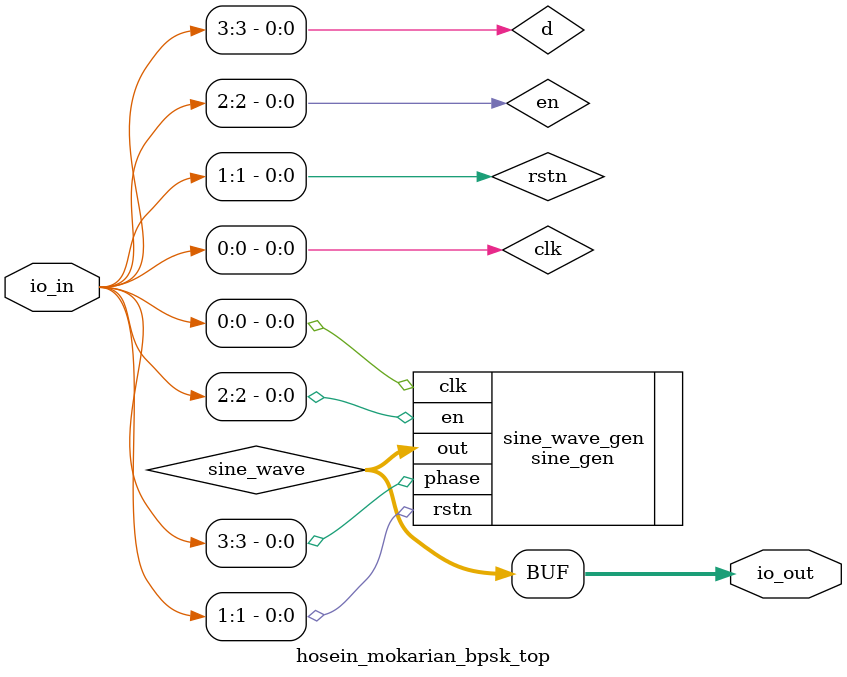
<source format=v>

module hosein_mokarian_bpsk_top(
		input [7 : 0] io_in,
		output [7 : 0] io_out
	);
	
	parameter SINE_SAMPLE_WIDTH = 8,
			  SINE_LUT_SIZE = 64;
	
	wire clk = io_in[0];
	wire rstn = io_in[1];
	wire en = io_in[2];
	wire d = io_in[3];
			  
	wire [(SINE_SAMPLE_WIDTH - 1) : 0] sine_wave;

	sine_gen 
		#(.WIDTH(SINE_SAMPLE_WIDTH), .SIZE(SINE_LUT_SIZE)) 
		sine_wave_gen(
			.clk(clk),
			.rstn(rstn),
			.en(en),
			.phase(d),
			.out(sine_wave)
		);
	
	assign io_out = sine_wave;

endmodule

</source>
